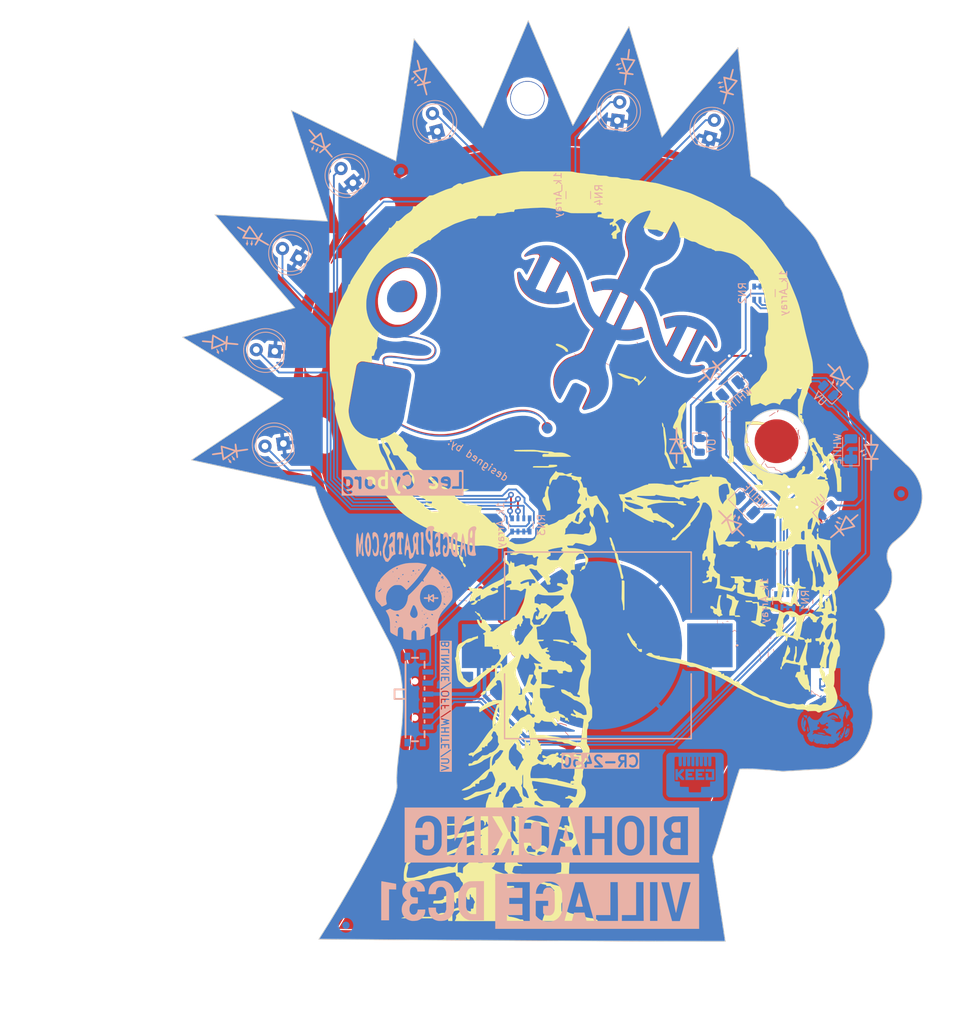
<source format=kicad_pcb>
(kicad_pcb (version 20221018) (generator pcbnew)
  (title_block (title "BioHacking Badge") (date "2023-07-09") (rev "2.0") (company "BadgePirates") (comment 1 "126x100"))
  (layers (0 "F.Cu" signal) (31 "B.Cu" signal) (34 "B.Paste" user) (35 "F.Paste" user) (36 "B.SilkS" user "B.Silkscreen") (37 "F.SilkS" user "F.Silkscreen") (38 "B.Mask" user) (39 "F.Mask" user) (44 "Edge.Cuts" user))
  (net 0 "")
  (net 1 "+3.3V")
  (net 2 "GND")
  (net 3 "Net-(D1-A)")
  (net 4 "Net-(D2-A)")
  (net 5 "Net-(D3-A)")
  (net 6 "Net-(D4-A)")
  (net 7 "Net-(D5-A)")
  (net 8 "Net-(D6-A)")
  (net 13 "Net-(D7-A)")
  (net 14 "Net-(D8-A)")
  (net 15 "Net-(D9-A)")
  (net 16 "Net-(D10-A)")
  (net 17 "Net-(D11-A)")
  (net 18 "Net-(D12-A)")
  (net 19 "Net-(D13-A)")
  (net 22 "WHITE")
  (net 23 "UV")
  (net 24 "BLINKIE")
  (footprint "BadgePiratesLogos:LED_Schematic_B.SLK" (layer "F.Cu") (at 171.115973 89.093066 135)
    (fp_text reference "G***" hide)
    (fp_text value "LOGO" hide)
  )
  (footprint "BadgePiratesLogos:LED_Schematic_B.SLK" (layer "F.Cu") (at 175.244834 99.226756 90)
    (fp_text reference "G***" hide)
    (fp_text value "LOGO" hide)
  )
  (footprint "LOGO" (layer "F.Cu") (at 109.382 92.855)
    (fp_text reference "G***" hide)
    (fp_text value "LOGO" hide)
  )
  (footprint "LOGO" (layer "F.Cu") (at 109.382 92.855)
    (fp_text reference "G***" hide)
    (fp_text value "LOGO" hide)
  )
  (footprint "BadgePiratesLogos:LED_Schematic_B.SLK" (layer "F.Cu") (at 87.95 99.475 -172)
    (fp_text reference "G***" hide)
    (fp_text value "LOGO" hide)
  )
  (footprint "BadgePiratesLogos:LED_Schematic_B.SLK" (layer "F.Cu") (at 100.075 57.2 130)
    (fp_text reference "G***" hide)
    (fp_text value "LOGO" hide)
  )
  (footprint "LOGO" (layer "F.Cu") (at 109.382 92.855)
    (fp_text reference "G***" hide)
    (fp_text value "LOGO" hide)
  )
  (footprint "BadgePiratesLogos:FG_B.Cu" (layer "F.Cu") (at 169.325 135.6)
    (fp_text reference "G***" hide)
    (fp_text value "fg")
  )
  (footprint "BadgePiratesLogos:LED_Schematic_B.SLK" (layer "F.Cu") (at 149.244834 98.351756 -90)
    (fp_text reference "G***" hide)
    (fp_text value "LOGO" hide)
  )
  (footprint "BadgePiratesLogos:LED_Schematic_B.SLK" (layer "F.Cu") (at 171.694834 109.076756 40)
    (fp_text reference "G***" hide)
    (fp_text value "LOGO" hide)
  )
  (footprint "BadgePiratesLogos:LED_Schematic_B.SLK" (layer "F.Cu") (at 141.875 46.525 83)
    (fp_text reference "G***" hide)
    (fp_text value "LOGO" hide)
  )
  (footprint "BadgePiratesLogos:NG_B.Cu" (layer "F.Cu") (at 151.375 143.1)
    (fp_text reference "G***" hide)
    (fp_text value "NG_BSilk_B.Cu" hide)
  )
  (footprint "BadgePiratesLogos:BPSkull_Distressed_B.SILK" (layer "F.Cu") (at 113.075 119.6)
    (fp_text reference "G***" hide)
    (fp_text value "BP Logo" hide)
  )
  (footprint "BadgePiratesLogos:BadgePiratesURL_B.SLK" (layer "F.Cu") (at 113.375 112.45)
    (fp_text reference "G***" hide)
    (fp_text value "LOGO" hide)
  )
  (footprint "BadgePiratesLogos:LED_Schematic_B.SLK" (layer "F.Cu") (at 86.525 84.55 175)
    (fp_text reference "G***" hide)
    (fp_text value "LOGO" hide)
  )
  (footprint "LOGO" (layer "F.Cu") (at 109.382 92.855)
    (fp_text reference "G***" hide)
    (fp_text value "LOGO" hide)
  )
  (footprint "BadgePirates:Hole_3.5mm" (layer "F.Cu") (at 128.575 50.85)
    (fp_text reference "REF**" hide)
    (fp_text value "4mm")
  )
  (footprint "LOGO" (layer "F.Cu") (at 109.382 92.855)
    (fp_text reference "G***" hide)
    (fp_text value "LOGO" hide)
  )
  (footprint "LOGO" (layer "F.Cu") (at 109.382 92.855)
    (fp_text reference "G***" hide)
    (fp_text value "LOGO" hide)
  )
  (footprint "BadgePiratesLogos:LED_Schematic_B.SLK" (layer "F.Cu") (at 156.659027 108.731934 -45)
    (fp_text reference "G***" hide)
    (fp_text value "LOGO" hide)
  )
  (footprint "BadgePiratesLogos:LED_Schematic_B.SLK" (layer "F.Cu") (at 113.875 48.075 105)
    (fp_text reference "G***" hide)
    (fp_text value "LOGO" hide)
  )
  (footprint "LOGO" (layer "F.Cu") (at 109.382 92.855)
    (fp_text reference "G***" hide)
    (fp_text value "LOGO" hide)
  )
  (footprint "BadgePiratesLogos:LED_Schematic_B.SLK" (layer "F.Cu") (at 90.9 69.925 150)
    (fp_text reference "G***" hide)
    (fp_text value "LOGO" hide)
  )
  (footprint "BadgePiratesLogos:LED_Schematic_B.SLK" (layer "F.Cu") (at 155.75 49.15 75)
    (fp_text reference "G***" hide)
    (fp_text value "LOGO" hide)
  )
  (footprint "BadgePiratesLogos:LED_Schematic_B.SLK" (layer "F.Cu") (at 154 88.3 -140)
    (fp_text reference "G***" hide)
    (fp_text value "LOGO" hide)
  )
  (footprint "Resistor_SMD:R_Array_Convex_4x0603" (layer "B.Cu") (at 163.75 119.5 90)
    (fp_text reference "RN1")
    (fp_text value "1k_Array")
  )
  (footprint "BadgePirates:BATHLD006SMT - CR2450" (layer "B.Cu") (at 138.2 125.6 180)
    (fp_text reference "BT1" hide)
    (fp_text value "Battery_Cell" hide)
  )
  (footprint "LED_SMD:LED_0805_2012Metric" (layer "B.Cu") (at 169.675 90.8 135)
    (fp_text reference "D2" hide)
    (fp_text value "UV")
  )
  (footprint "LED_SMD:LED_1206_3216Metric" (layer "B.Cu") (at 156.3 90.55 -140)
    (fp_text reference "D5" hide)
    (fp_text value "WHITE")
  )
  (footprint "LED_SMD:LED_0805_2012Metric" (layer "B.Cu") (at 152.1125 98.275 -90)
    (fp_text reference "D1" hide)
    (fp_text value "UV")
  )
  (footprint "BadgePirates:SP4T - CUS-14TB" (layer "B.Cu") (at 113.5635 133 90)
    (fp_text reference "SW3" hide)
    (fp_text value "SW-SP4T" hide)
  )
  (footprint "BadgePirates:LED_D5.0mm" (layer "B.Cu") (at 97.3 72.65 150)
    (fp_text reference "D8" hide)
    (fp_text value "LED" hide)
  )
  (footprint "Fiducial:Fiducial_1mm_Mask2mm" (layer "B.Cu") (at 179.625 104.875 180)
    (fp_text reference "REF**" hide)
    (fp_text value "Fiducial_1mm_Mask2mm")
  )
  (footprint "BadgePirates:LED_D5.0mm" (layer "B.Cu") (at 153.45 56.3 75)
    (fp_text reference "D13" hide)
    (fp_text value "LED" hide)
  )
  (footprint "Resistor_SMD:R_Array_Convex_4x0603" (layer "B.Cu") (at 135.525 64.075 90)
    (fp_text reference "RN4")
    (fp_text value "1k_Array")
  )
  (footprint "Fiducial:Fiducial_1mm_Mask2mm" (layer "B.Cu") (at 103.775 163.85 180)
    (fp_text reference "REF**" hide)
    (fp_text value "Fiducial_1mm_Mask2mm")
  )
  (footprint "LED_SMD:LED_1206_3216Metric" (layer "B.Cu") (at 158.45 106.5 -45)
    (fp_text reference "D4" hide)
    (fp_text value "WHITE")
  )
  (footprint "BadgePirates:LED_D5.0mm" (layer "B.Cu") (at 94.05 85.425 175)
    (fp_text reference "D9" hide)
    (fp_text value "LED" hide)
  )
  (footprint "LED_SMD:LED_0805_2012Metric" (layer "B.Cu") (at 169.45 107.1 40)
    (fp_text reference "D3" hide)
    (fp_text value "UV")
  )
  (footprint "BadgePirates:LED_D5.0mm" (layer "B.Cu") (at 95.225 98.025 -172)
    (fp_text reference "D10" hide)
    (fp_text value "LED" hide)
  )
  (footprint "BadgePirates:LED_D5.0mm" (layer "B.Cu") (at 140.875 53.9 83)
    (fp_text reference "D12" hide)
    (fp_text value "LED" hide)
  )
  (footprint "Resistor_SMD:R_Array_Convex_4x0603" (layer "B.Cu") (at 160.75 77.475 -90)
    (fp_text reference "RN2")
    (fp_text value "1k_Array")
  )
  (footprint "Resistor_SMD:R_Array_Convex_4x0603" (layer "B.Cu") (at 127.675 109.15 90)
    (fp_text reference "RN3")
    (fp_text value "1k_Array")
  )
  (footprint "BadgePirates:LED_D5.0mm" (layer "B.Cu") (at 104.725 62.4 130)
    (fp_text reference "D7" hide)
    (fp_text value "LED" hide)
  )
  (footprint "Fiducial:Fiducial_1mm_Mask2mm" (layer "B.Cu") (at 111.275 60.8 180)
    (fp_text reference "REF**" hide)
    (fp_text value "Fiducial_1mm_Mask2mm")
  )
  (footprint "LED_SMD:LED_1206_3216Metric" (layer "B.Cu") (at 172.775 98.775 90)
    (fp_text reference "D6" hide)
    (fp_text value "WHITE")
  )
  (footprint "BadgePirates:LED_D5.0mm" (layer "B.Cu") (at 116.25 55.375 105)
    (fp_text reference "D11" hide)
    (fp_text value "LED" hide)
  )
  (gr_line (start 175.441 136.956) (end 175.563 136.474) (stroke (width 0.1)) (layer "Edge.Cuts"))
  (gr_line (start 175.725 135.126) (end 175.721 134.707) (stroke (width 0.1)) (layer "Edge.Cuts"))
  (gr_line (start 96.2978 52.5043) (end 101.2611 67.6403) (stroke (width 0.1)) (layer "Edge.Cuts"))
  (gr_line (start 177.799 118.661) (end 177.965 118.312) (stroke (width 0.1)) (layer "Edge.Cuts"))
  (gr_line (start 181.909 102.856) (end 181.737 102.5412) (stroke (width 0.1)) (layer "Edge.Cuts"))
  (gr_line (start 169.43 142.482) (end 169.827 142.422) (stroke (width 0.1)) (layer "Edge.Cuts"))
  (gr_line (start 177.791 114.0476) (end 177.747 113.8116) (stroke (width 0.1)) (layer "Edge.Cuts"))
  (gr_line (start 159.285 142.496) (end 160.033 142.528) (stroke (width 0.1)) (layer "Edge.Cuts"))
  (gr_line (start 101.3559 108.6125) (end 101.9099 109.8165) (stroke (width 0.1)) (layer "Edge.Cuts"))
  (gr_line (start 175.213 132.068) (end 175.192 131.827) (stroke (width 0.1)) (layer "Edge.Cuts"))
  (gr_line (start 173.886 91.9631) (end 173.907 91.3089) (stroke (width 0.1)) (layer "Edge.Cuts"))
  (gr_line (start 171.273 76.6279) (end 170.753 75.5853) (stroke (width 0.1)) (layer "Edge.Cuts"))
  (gr_line (start 178.047 114.7868) (end 177.913 114.4641) (stroke (width 0.1)) (layer "Edge.Cuts"))
  (gr_line (start 162.776 64.0991) (end 162.506 63.8336) (stroke (width 0.1)) (layer "Edge.Cuts"))
  (gr_line (start 175.721 134.707) (end 175.693 134.302) (stroke (width 0.1)) (layer "Edge.Cuts"))
  (gr_line (start 110.8865 141.224) (end 110.7602 142.515) (stroke (width 0.1)) (layer "Edge.Cuts"))
  (gr_line (start 174.533 139.066) (end 174.829 138.511) (stroke (width 0.1)) (layer "Edge.Cuts"))
  (gr_line (start 110.7197 143.118) (end 110.6989 143.691) (stroke (width 0.1)) (layer "Edge.Cuts"))
  (gr_line (start 177.747 113.8116) (end 177.72 113.5612) (stroke (width 0.1)) (layer "Edge.Cuts"))
  (gr_line (start 177.965 118.312) (end 178.1 117.965) (stroke (width 0.1)) (layer "Edge.Cuts"))
  (gr_line (start 101.8893 162.818) (end 101.4557 163.521) (stroke (width 0.1)) (layer "Edge.Cuts"))
  (gr_line (start 175.198 131.267) (end 175.228 130.949) (stroke (width 0.1)) (layer "Edge.Cuts"))
  (gr_line (start 176.436 120.372) (end 176.787 120.043) (stroke (width 0.1)) (layer "Edge.Cuts"))
  (gr_line (start 180.295 100.8371) (end 178.731 99.2914) (stroke (width 0.1)) (layer "Edge.Cuts"))
  (gr_line (start 176.961 121.964) (end 176.799 121.668) (stroke (width 0.1)) (layer "Edge.Cuts"))
  (gr_line (start 175.439 129.849) (end 175.553 129.435) (stroke (width 0.1)) (layer "Edge.Cuts"))
  (gr_line (start 168.072 70.2828) (end 167.882 69.9898) (stroke (width 0.1)) (layer "Edge.Cuts"))
  (gr_line (start 168.331 70.7911) (end 168.223 70.5511) (stroke (width 0.1)) (layer "Edge.Cuts"))
  (gr_line (start 174.004 139.911) (end 174.186 139.642) (stroke (width 0.1)) (layer "Edge.Cuts"))
  (gr_line (start 108.7965 150.345) (end 108.2942 151.385) (stroke (width 0.1)) (layer "Edge.Cuts"))
  (gr_line (start 169.936 74.0025) (end 168.96 72.1114) (stroke (width 0.1)) (layer "Edge.Cuts"))
  (gr_line (start 110.0066 125.732) (end 110.2108 126.177) (stroke (width 0.1)) (layer "Edge.Cuts"))
  (gr_line (start 110.1307 147.222) (end 109.8872 147.859) (stroke (width 0.1)) (layer "Edge.Cuts"))
  (gr_line (start 96.7481 79.4437) (end 96.7829 79.4823) (stroke (width 0.1)) (layer "Edge.Cuts"))
  (gr_line (start 134.779 54.5723) (end 128.6857 40.234) (stroke (width 0.1)) (layer "Edge.Cuts"))
  (gr_line (start 109.2257 149.414) (end 108.7965 150.345) (stroke (width 0.1)) (layer "Edge.Cuts"))
  (gr_line (start 178.745 111.396) (end 179.203 111.0274) (stroke (width 0.1)) (layer "Edge.Cuts"))
  (gr_line (start 103.1729 112.4474) (end 104.6134 115.3348) (stroke (width 0.1)) (layer "Edge.Cuts"))
  (gr_line (start 82.6542 100.2764) (end 99.5329 103.9529) (stroke (width 0.1)) (layer "Edge.Cuts"))
  (gr_line (start 173.602 83.0156) (end 173.134 81.8648) (stroke (width 0.1)) (layer "Edge.Cuts"))
  (gr_line (start 110.6989 143.691) (end 110.7011 144.234) (stroke (width 0.1)) (layer "Edge.Cuts"))
  (gr_line (start 111.0513 139.826) (end 110.8865 141.224) (stroke (width 0.1)) (layer "Edge.Cuts"))
  (gr_line (start 95.1836 91.8904) (end 82.6542 100.2764) (stroke (width 0.1)) (layer "Edge.Cuts"))
  (gr_line (start 174.475 89.9009) (end 174.634 89.6098) (stroke (width 0.1)) (layer "Edge.Cuts"))
  (gr_line (start 176.244 120.911) (end 176.046 120.705) (stroke (width 0.1)) (layer "Edge.Cuts"))
  (gr_line (start 176.799 121.668) (end 176.624 121.394) (stroke (width 0.1)) (layer "Edge.Cuts"))
  (gr_line (start 178.397 116.3666) (end 178.395 116.0906) (stroke (width 0.1)) (layer "Edge.Cuts"))
  (gr_line (start 182.283 106.8065) (end 182.384 106.4106) (stroke (width 0.1)) (layer "Edge.Cuts"))
  (gr_line (start 168.223 70.5511) (end 168.072 70.2828) (stroke (width 0.1)) (layer "Edge.Cuts"))
  (gr_line (start 176.046 120.705) (end 176.436 120.372) (stroke (width 0.1)) (layer "Edge.Cuts"))
  (gr_line (start 172.7 80.7171) (end 172.321 79.6492) (stroke (width 0.1)) (layer "Edge.Cuts"))
  (gr_line (start 177.097 119.705) (end 177.367 119.361) (stroke (width 0.1)) (layer "Edge.Cuts"))
  (gr_line (start 110.7228 127.535) (end 110.862 127.993) (stroke (width 0.1)) (layer "Edge.Cuts"))
  (gr_line (start 172.013 78.7377) (end 171.798 78.0591) (stroke (width 0.1)) (layer "Edge.Cuts"))
  (gr_line (start 174.306 90.1718) (end 174.475 89.9009) (stroke (width 0.1)) (layer "Edge.Cuts"))
  (gr_line (start 178.213 111.9223) (end 178.45 111.6544) (stroke (width 0.1)) (layer "Edge.Cuts"))
  (gr_line (start 176.261 127.543) (end 176.507 127.014) (stroke (width 0.1)) (layer "Edge.Cuts"))
  (gr_line (start 110.5683 127.079) (end 110.7228 127.535) (stroke (width 0.1)) (layer "Edge.Cuts"))
  (gr_line (start 111.2774 129.851) (end 111.4085 130.788) (stroke (width 0.1)) (layer "Edge.Cuts"))
  (gr_line (start 161.916 63.3184) (end 161.267 62.8252) (stroke (width 0.1)) (layer "Edge.Cuts"))
  (gr_line (start 85.864 66.7598) (end 96.7481 79.4437) (stroke (width 0.1)) (layer "Edge.Cuts"))
  (gr_line (start 175.108 88.27) (end 175.169 87.8977) (stroke (width 0.1)) (layer "Edge.Cuts"))
  (gr_line (start 178.731 99.2914) (end 176.934 97.4936) (stroke (width 0.1)) (layer "Edge.Cuts"))
  (gr_line (start 157.34 43.9179) (end 146.945 56.1568) (stroke (width 0.1)) (layer "Edge.Cuts"))
  (gr_line (start 180.295 100.8371) (end 180.295 100.8371) (stroke (width 0.1)) (layer "Edge.Cuts"))
  (gr_line (start 110.7296 144.745) (end 110.726 145.01) (stroke (width 0.1)) (layer "Edge.Cuts"))
  (gr_line (start 182.496 105.6142) (end 182.506 105.214) (stroke (width 0.1)) (layer "Edge.Cuts"))
  (gr_line (start 181.048 109.1433) (end 181.328 108.759) (stroke (width 0.1)) (layer "Edge.Cuts"))
  (gr_line (start 175.021 88.6286) (end 175.108 88.27) (stroke (width 0.1)) (layer "Edge.Cuts"))
  (gr_line (start 122.0945 165.907) (end 138.439 166.001) (stroke (width 0.1)) (layer "Edge.Cuts"))
  (gr_line (start 167.882 69.9898) (end 167.656 69.6754) (stroke (width 0.1)) (layer "Edge.Cuts"))
  (gr_line (start 175.495 133.169) (end 175.298 132.473) (stroke (width 0.1)) (layer "Edge.Cuts"))
  (gr_line (start 165.119 66.8078) (end 163.808 65.4988) (stroke (width 0.1)) (layer "Edge.Cuts"))
  (gr_line (start 128.6857 40.234) (end 122.4559 54.8811) (stroke (width 0.1)) (layer "Edge.Cuts"))
  (gr_line (start 174.137 94.4734) (end 174.043 94.1354) (stroke (width 0.1)) (layer "Edge.Cuts"))
  (gr_line (start 177.367 119.361) (end 177.601 119.012) (stroke (width 0.1)) (layer "Edge.Cuts"))
  (gr_line (start 181.991 107.5933) (end 182.152 107.2008) (stroke (width 0.1)) (layer "Edge.Cuts"))
  (gr_line (start 102.691 165.771) (end 122.0945 165.907) (stroke (width 0.1)) (layer "Edge.Cuts"))
  (gr_line (start 178.395 116.0906) (end 178.379 115.8349) (stroke (width 0.1)) (layer "Edge.Cuts"))
  (gr_line (start 146.945 56.1568) (end 142.445 41.03) (stroke (width 0.1)) (layer "Edge.Cuts"))
  (gr_line (start 177.72 113.5612) (end 177.717 113.2993) (stroke (width 0.1)) (layer "Edge.Cuts"))
  (gr_line (start 173.89 92.5917) (end 173.886 91.9631) (stroke (width 0.1)) (layer "Edge.Cuts"))
  (gr_line (start 182.481 104.7678) (end 182.42 104.3421) (stroke (width 0.1)) (layer "Edge.Cuts"))
  (gr_line (start 163.465 64.925) (end 163.257 64.6449) (stroke (width 0.1)) (layer "Edge.Cuts"))
  (gr_line (start 178.288 117.2919) (end 178.345 116.9697) (stroke (width 0.1)) (layer "Edge.Cuts"))
  (gr_line (start 111.251 138.133) (end 111.0513 139.826) (stroke (width 0.1)) (layer "Edge.Cuts"))
  (gr_line (start 180.295 100.8371) (end 180.295 100.8371) (stroke (width 0.1)) (layer "Edge.Cuts"))
  (gr_line (start 173.907 91.3089) (end 173.955 90.6477) (stroke (width 0.1)) (layer "Edge.Cuts"))
  (gr_line (start 100.8592 107.491) (end 101.3559 108.6125) (stroke (width 0.1)) (layer "Edge.Cuts"))
  (gr_line (start 174.327 84.5806) (end 174.085 84.0932) (stroke (width 0.1)) (layer "Edge.Cuts"))
  (gr_line (start 178.349 115.6019) (end 178.309 115.3941) (stroke (width 0.1)) (layer "Edge.Cuts"))
  (gr_line (start 174.684 95.1719) (end 174.252 94.6918) (stroke (width 0.1)) (layer "Edge.Cuts"))
  (gr_line (start 175.577 133.534) (end 175.495 133.169) (stroke (width 0.1)) (layer "Edge.Cuts"))
  (gr_line (start 171.148 142.063) (end 171.611 141.871) (stroke (width 0.1)) (layer "Edge.Cuts"))
  (gr_line (start 174.91 88.9724) (end 175.021 88.6286) (stroke (width 0.1)) (layer "Edge.Cuts"))
  (gr_line (start 182.384 106.4106) (end 182.455 106.0131) (stroke (width 0.1)) (layer "Edge.Cuts"))
  (gr_line (start 105.4056 156.824) (end 104.5412 158.345) (stroke (width 0.1)) (layer "Edge.Cuts"))
  (gr_line (start 176.437 121.141) (end 176.244 120.911) (stroke (width 0.1)) (layer "Edge.Cuts"))
  (gr_line (start 111.495 131.727) (end 111.5417 132.666) (stroke (width 0.1)) (layer "Edge.Cuts"))
  (gr_line (start 179.203 111.0274) (end 179.631 110.6559) (stroke (width 0.1)) (layer "Edge.Cuts"))
  (gr_line (start 174.78 89.2999) (end 174.91 88.9724) (stroke (width 0.1)) (layer "Edge.Cuts"))
  (gr_line (start 176.787 120.043) (end 177.097 119.705) (stroke (width 0.1)) (layer "Edge.Cuts"))
  (gr_line (start 173.969 93.6966) (end 173.918 93.1758) (stroke (width 0.1)) (layer "Edge.Cuts"))
  (gr_line (start 181.369 101.9832) (end 181.182 101.741) (stroke (width 0.1)) (layer "Edge.Cuts"))
  (gr_line (start 175.198 87.1175) (end 175.158 86.7123) (stroke (width 0.1)) (layer "Edge.Cuts"))
  (gr_line (start 154.527 152.398) (end 155.573 148.938) (stroke (width 0.1)) (layer "Edge.Cuts"))
  (gr_line (start 174.829 138.511) (end 175.077 137.974) (stroke (width 0.1)) (layer "Edge.Cuts"))
  (gr_line (start 175.158 86.7123) (end 175.079 86.2987) (stroke (width 0.1)) (layer "Edge.Cuts"))
  (gr_line (start 175.553 129.435) (end 175.692 128.996) (stroke (width 0.1)) (layer "Edge.Cuts"))
  (gr_line (start 163.649 65.2097) (end 163.465 64.925) (stroke (width 0.1)) (layer "Edge.Cuts"))
  (gr_line (start 173.134 81.8648) (end 172.7 80.7171) (stroke (width 0.1)) (layer "Edge.Cuts"))
  (gr_line (start 81.441 83.4952) (end 95.1836 91.8904) (stroke (width 0.1)) (layer "Edge.Cuts"))
  (gr_line (start 155.573 148.938) (end 156.65 145.375) (stroke (width 0.1)) (layer "Edge.Cuts"))
  (gr_line (start 165.815 67.535) (end 165.119 66.8078) (stroke (width 0.1)) (layer "Edge.Cuts"))
  (gr_line (start 172.98 141.012) (end 173.409 140.618) (stroke (width 0.1)) (layer "Edge.Cuts"))
  (gr_line (start 158.028 142.491) (end 158.609 142.483) (stroke (width 0.1)) (layer "Edge.Cuts"))
  (gr_line (start 163.257 64.6449) (end 163.027 64.3696) (stroke (width 0.1)) (layer "Edge.Cuts"))
  (gr_line (start 110.3237 146.672) (end 110.1307 147.222) (stroke (width 0.1)) (layer "Edge.Cuts"))
  (gr_line (start 110.5802 145.807) (end 110.4716 146.202) (stroke (width 0.1)) (layer "Edge.Cuts"))
  (gr_line (start 111.4247 136.36) (end 111.251 138.133) (stroke (width 0.1)) (layer "Edge.Cuts"))
  (gr_line (start 168.96 72.1114) (end 168.566 71.3161) (stroke (width 0.1)) (layer "Edge.Cuts"))
  (gr_line (start 179.631 110.6559) (end 180.029 110.2817) (stroke (width 0.1)) (layer "Edge.Cuts"))
  (gr_line (start 163.416 142.819) (end 168.061 142.539) (stroke (width 0.1)) (layer "Edge.Cuts"))
  (gr_line (start 110.3978 126.626) (end 110.5683 127.079) (stroke (width 0.1)) (layer "Edge.Cuts"))
  (gr_line (start 182.152 107.2008) (end 182.283 106.8065) (stroke (width 0.1)) (layer "Edge.Cuts"))
  (gr_line (start 175.702 135.559) (end 175.725 135.126) (stroke (width 0.1)) (layer "Edge.Cuts"))
  (gr_line (start 160.575 62.3551) (end 159.851 61.9095) (stroke (width 0.1)) (layer "Edge.Cuts"))
  (gr_line (start 177.797 112.7529) (end 177.891 112.4745) (stroke (width 0.1)) (layer "Edge.Cuts"))
  (gr_line (start 110.4716 146.202) (end 110.3237 146.672) (stroke (width 0.1)) (layer "Edge.Cuts"))
  (gr_line (start 177.74 113.0288) (end 177.797 112.7529) (stroke (width 0.1)) (layer "Edge.Cuts"))
  (gr_line (start 167.119 68.9965) (end 166.493 68.2738) (stroke (width 0.1)) (layer "Edge.Cuts"))
  (gr_line (start 177.325 122.975) (end 177.227 122.618) (stroke (width 0.1)) (layer "Edge.Cuts"))
  (gr_line (start 174.634 89.6098) (end 174.78 89.2999) (stroke (width 0.1)) (layer "Edge.Cuts"))
  (gr_line (start 152.538 166.043) (end 155.614 166.043) (stroke (width 0.1)) (layer "Edge.Cuts"))
  (gr_line (start 107.8887 121.683) (end 109.6542 125.045) (stroke (width 0.1)) (layer "Edge.Cuts"))
  (gr_line (start 138.439 166.001) (end 146.082 166.031) (stroke (width 0.1)) (layer "Edge.Cuts"))
  (gr_line (start 111.4085 130.788) (end 111.495 131.727) (stroke (width 0.1)) (layer "Edge.Cuts"))
  (gr_line (start 176.044 128.05) (end 176.261 127.543) (stroke (width 0.1)) (layer "Edge.Cuts"))
  (gr_line (start 175.692 128.996) (end 175.855 128.535) (stroke (width 0.1)) (layer "Edge.Cuts"))
  (gr_line (start 155.614 166.043) (end 153.851 154.488) (stroke (width 0.1)) (layer "Edge.Cuts"))
  (gr_line (start 175.644 133.912) (end 175.577 133.534) (stroke (width 0.1)) (layer "Edge.Cuts"))
  (gr_line (start 182.506 105.214) (end 182.481 104.7678) (stroke (width 0.1)) (layer "Edge.Cuts"))
  (gr_line (start 163.808 65.4988) (end 163.649 65.2097) (stroke (width 0.1)) (layer "Edge.Cuts"))
  (gr_line (start 99.5329 103.9529) (end 99.7568 104.683) (stroke (width 0.1)) (layer "Edge.Cuts"))
  (gr_line (start 177.394 124.586) (end 177.432 124.157) (stroke (width 0.1)) (layer "Edge.Cuts"))
  (gr_line (start 182.42 104.3421) (end 182.328 103.9376) (stroke (width 0.1)) (layer "Edge.Cuts"))
  (gr_line (start 180.824 101.3331) (end 180.517 101.0304) (stroke (width 0.1)) (layer "Edge.Cuts"))
  (gr_line (start 109.5874 148.587) (end 109.2257 149.414) (stroke (width 0.1)) (layer "Edge.Cuts"))
  (gr_line (start 171.645 77.5057) (end 171.564 77.2798) (stroke (width 0.1)) (layer "Edge.Cuts"))
  (gr_line (start 175.28 137.456) (end 175.441 136.956) (stroke (width 0.1)) (layer "Edge.Cuts"))
  (gr_line (start 175.693 134.302) (end 175.644 133.912) (stroke (width 0.1)) (layer "Edge.Cuts"))
  (gr_line (start 110.7011 144.234) (end 110.7296 144.745) (stroke (width 0.1)) (layer "Edge.Cuts"))
  (gr_line (start 167.656 69.6754) (end 167.119 68.9965) (stroke (width 0.1)) (layer "Edge.Cuts"))
  (gr_line (start 182.209 103.5548) (end 182.068 103.1941) (stroke (width 0.1)) (layer "Edge.Cuts"))
  (gr_line (start 175.187 131.559) (end 175.198 131.267) (stroke (width 0.1)) (layer "Edge.Cuts"))
  (gr_line (start 178.45 111.6544) (end 178.745 111.396) (stroke (width 0.1)) (layer "Edge.Cuts"))
  (gr_line (start 176.624 121.394) (end 176.437 121.141) (stroke (width 0.1)) (layer "Edge.Cuts"))
  (gr_line (start 104.6134 115.3348) (end 106.1968 118.43) (stroke (width 0.1)) (layer "Edge.Cuts"))
  (gr_line (start 106.2921 155.223) (end 105.4056 156.824) (stroke (width 0.1)) (layer "Edge.Cuts"))
  (gr_line (start 100.0553 105.5201) (end 100.4243 106.4582) (stroke (width 0.1)) (layer "Edge.Cuts"))
  (gr_line (start 96.7829 79.4823) (end 81.441 83.4952) (stroke (width 0.1)) (layer "Edge.Cuts"))
  (gr_line (start 176.782 126.462) (end 177.011 125.97) (stroke (width 0.1)) (layer "Edge.Cuts"))
  (gr_line (start 110.726 145.01) (end 110.7017 145.217) (stroke (width 0.1)) (layer "Edge.Cuts"))
  (gr_line (start 170.249 142.334) (end 170.692 142.216) (stroke (width 0.1)) (layer "Edge.Cuts"))
  (gr_line (start 175.077 137.974) (end 175.28 137.456) (stroke (width 0.1)) (layer "Edge.Cuts"))
  (gr_line (start 181.8 107.9839) (end 181.991 107.5933) (stroke (width 0.1)) (layer "Edge.Cuts"))
  (gr_line (start 182.068 103.1941) (end 181.909 102.856) (stroke (width 0.1)) (layer "Edge.Cuts"))
  (gr_line (start 110.7017 145.217) (end 110.655 145.48) (stroke (width 0.1)) (layer "Edge.Cuts"))
  (gr_line (start 101.2611 67.6403) (end 85.864 66.7598) (stroke (width 0.1)) (layer "Edge.Cuts"))
  (gr_line (start 171.694 77.69) (end 171.645 77.5057) (stroke (width 0.1)) (layer "Edge.Cuts"))
  (gr_line (start 174.252 94.6918) (end 174.192 94.5988) (stroke (width 0.1)) (layer "Edge.Cuts"))
  (gr_line (start 173.409 140.618) (end 173.614 140.399) (stroke (width 0.1)) (layer "Edge.Cuts"))
  (gr_line (start 178.151 114.9916) (end 178.047 114.7868) (stroke (width 0.1)) (layer "Edge.Cuts"))
  (gr_line (start 99.7568 104.683) (end 100.0553 105.5201) (stroke (width 0.1)) (layer "Edge.Cuts"))
  (gr_line (start 170.753 75.5853) (end 169.936 74.0025) (stroke (width 0.1)) (layer "Edge.Cuts"))
  (gr_line (start 173.918 93.1758) (end 173.89 92.5917) (stroke (width 0.1)) (layer "Edge.Cuts"))
  (gr_line (start 110.5956 59.4124) (end 96.2978 52.5043) (stroke (width 0.1)) (layer "Edge.Cuts"))
  (gr_line (start 111.5417 132.666) (end 111.5532 133.601) (stroke (width 0.1)) (layer "Edge.Cuts"))
  (gr_line (start 160.033 142.528) (end 161.655 142.64) (stroke (width 0.1)) (layer "Edge.Cuts"))
  (gr_line (start 102.9957 160.984) (end 101.8893 162.818) (stroke (width 0.1)) (layer "Edge.Cuts"))
  (gr_line (start 174.132 90.4211) (end 174.306 90.1718) (stroke (width 0.1)) (layer "Edge.Cuts"))
  (gr_line (start 111.5532 133.601) (end 111.5343 134.531) (stroke (width 0.1)) (layer "Edge.Cuts"))
  (gr_line (start 178.345 116.9697) (end 178.381 116.6604) (stroke (width 0.1)) (layer "Edge.Cuts"))
  (gr_line (start 178.309 115.3941) (end 178.265 115.1864) (stroke (width 0.1)) (layer "Edge.Cuts"))
  (gr_line (start 177.432 124.157) (end 177.431 123.745) (stroke (width 0.1)) (layer "Edge.Cuts"))
  (gr_line (start 110.655 145.48) (end 110.5802 145.807) (stroke (width 0.1)) (layer "Edge.Cuts"))
  (gr_line (start 153.851 154.488) (end 154.143 153.619) (stroke (width 0.1)) (layer "Edge.Cuts"))
  (gr_line (start 159.107 61.4896) (end 157.34 43.9179) (stroke (width 0.1)) (layer "Edge.Cuts"))
  (gr_line (start 108.2942 151.385) (end 107.7131 152.541) (stroke (width 0.1)) (layer "Edge.Cuts"))
  (gr_line (start 122.4559 54.8811) (end 113.0809 42.7138) (stroke (width 0.1)) (layer "Edge.Cuts"))
  (gr_line (start 177.601 119.012) (end 177.799 118.661) (stroke (width 0.1)) (layer "Edge.Cuts"))
  (gr_line (start 110.862 127.993) (end 111.0968 128.918) (stroke (width 0.1)) (layer "Edge.Cuts"))
  (gr_line (start 111.5343 134.531) (end 111.4899 135.451) (stroke (width 0.1)) (layer "Edge.Cuts"))
  (gr_line (start 175.563 136.474) (end 175.649 136.009) (stroke (width 0.1)) (layer "Edge.Cuts"))
  (gr_line (start 100.4243 106.4582) (end 100.8592 107.491) (stroke (width 0.1)) (layer "Edge.Cuts"))
  (gr_line (start 175.169 87.8977) (end 175.2 87.5131) (stroke (width 0.1)) (layer "Edge.Cuts"))
  (gr_line (start 175.348 130.24) (end 175.439 129.849) (stroke (width 0.1)) (layer "Edge.Cuts"))
  (gr_line (start 111.4899 135.451) (end 111.4247 136.36) (stroke (width 0.1)) (layer "Edge.Cuts"))
  (gr_line (start 163.287 142.804) (end 163.416 142.819) (stroke (width 0.1)) (layer "Edge.Cuts"))
  (gr_line (start 170.692 142.216) (end 171.148 142.063) (stroke (width 0.1)) (layer "Edge.Cuts"))
  (gr_line (start 181.328 108.759) (end 181.579 108.3725) (stroke (width 0.1)) (layer "Edge.Cuts"))
  (gr_line (start 171.611 141.871) (end 172.075 141.634) (stroke (width 0.1)) (layer "Edge.Cuts"))
  (gr_line (start 174.565 85.0209) (end 174.327 84.5806) (stroke (width 0.1)) (layer "Edge.Cuts"))
  (gr_line (start 176.934 97.4936) (end 175.308 95.8312) (stroke (width 0.1)) (layer "Edge.Cuts"))
  (gr_line (start 171.564 77.2798) (end 171.273 76.6279) (stroke (width 0.1)) (layer "Edge.Cuts"))
  (gr_line (start 109.7848 125.291) (end 110.0066 125.732) (stroke (width 0.1)) (layer "Edge.Cuts"))
  (gr_line (start 169.066 142.521) (end 169.43 142.482) (stroke (width 0.1)) (layer "Edge.Cuts"))
  (gr_line (start 178.1 117.965) (end 178.207 117.6246) (stroke (width 0.1)) (layer "Edge.Cuts"))
  (gr_line (start 168.461 142.548) (end 169.066 142.521) (stroke (width 0.1)) (layer "Edge.Cuts"))
  (gr_line (start 109.8872 147.859) (end 109.5874 148.587) (stroke (width 0.1)) (layer "Edge.Cuts"))
  (gr_line (start 161.267 62.8252) (end 160.575 62.3551) (stroke (width 0.1)) (layer "Edge.Cuts"))
  (gr_line (start 101.9099 109.8165) (end 103.1729 112.4474) (stroke (width 0.1)) (layer "Edge.Cuts"))
  (gr_line (start 180.517 101.0304) (end 180.295 100.8371) (stroke (width 0.1)) (layer "Edge.Cuts"))
  (gr_line (start 174.786 85.4517) (end 174.565 85.0209) (stroke (width 0.1)) (layer "Edge.Cuts"))
  (gr_line (start 175.855 128.535) (end 176.044 128.05) (stroke (width 0.1)) (layer "Edge.Cuts"))
  (gr_line (start 180.738 109.5253) (end 181.048 109.1433) (stroke (width 0.1)) (layer "Edge.Cuts"))
  (gr_line (start 142.445 41.03) (end 134.779 54.5723) (stroke (width 0.1)) (layer "Edge.Cuts"))
  (gr_line (start 157.165 143.727) (end 157.566 142.521) (stroke (width 0.1)) (layer "Edge.Cuts"))
  (gr_line (start 154.143 153.619) (end 154.527 152.398) (stroke (width 0.1)) (layer "Edge.Cuts"))
  (gr_line (start 176.507 127.014) (end 176.782 126.462) (stroke (width 0.1)) (layer "Edge.Cuts"))
  (gr_line (start 107.7131 152.541) (end 107.0476 153.818) (stroke (width 0.1)) (layer "Edge.Cuts"))
  (gr_line (start 177.431 123.745) (end 177.394 123.35) (stroke (width 0.1)) (layer "Edge.Cuts"))
  (gr_line (start 178.265 115.1864) (end 178.151 114.9916) (stroke (width 0.1)) (layer "Edge.Cuts"))
  (gr_line (start 159.851 61.9095) (end 159.107 61.4896) (stroke (width 0.1)) (layer "Edge.Cuts"))
  (gr_line (start 181.579 108.3725) (end 181.8 107.9839) (stroke (width 0.1)) (layer "Edge.Cuts"))
  (gr_line (start 109.6542 125.045) (end 109.7848 125.291) (stroke (width 0.1)) (layer "Edge.Cuts"))
  (gr_line (start 166.493 68.2738) (end 165.815 67.535) (stroke (width 0.1)) (layer "Edge.Cuts"))
  (gr_line (start 175.2 87.5131) (end 175.198 87.1175) (stroke (width 0.1)) (layer "Edge.Cuts"))
  (gr_line (start 158.609 142.483) (end 159.285 142.496) (stroke (width 0.1)) (layer "Edge.Cuts"))
  (gr_line (start 161.655 142.64) (end 163.287 142.804) (stroke (width 0.1)) (layer "Edge.Cuts"))
  (gr_line (start 162.506 63.8336) (end 161.916 63.3184) (stroke (width 0.1)) (layer "Edge.Cuts"))
  (gr_line (start 177.227 122.618) (end 177.105 122.281) (stroke (width 0.1)) (layer "Edge.Cuts"))
  (gr_line (start 181.555 102.25) (end 181.369 101.9832) (stroke (width 0.1)) (layer "Edge.Cuts"))
  (gr_line (start 175.079 86.2987) (end 174.956 85.878) (stroke (width 0.1)) (layer "Edge.Cuts"))
  (gr_line (start 171.798 78.0591) (end 171.694 77.69) (stroke (width 0.1)) (layer "Edge.Cuts"))
  (gr_line (start 177.188 125.493) (end 177.314 125.031) (stroke (width 0.1)) (layer "Edge.Cuts"))
  (gr_line (start 180.029 110.2817) (end 180.399 109.9048) (stroke (width 0.1)) (layer "Edge.Cuts"))
  (gr_line (start 101.4557 163.521) (end 100.0641 165.749) (stroke (width 0.1)) (layer "Edge.Cuts"))
  (gr_line (start 173.813 140.163) (end 174.004 139.911) (stroke (width 0.1)) (layer "Edge.Cuts"))
  (gr_line (start 177.891 112.4745) (end 178.028 112.1966) (stroke (width 0.1)) (layer "Edge.Cuts"))
  (gr_line (start 100.0641 165.749) (end 102.691 165.771) (stroke (width 0.1)) (layer "Edge.Cuts"))
  (gr_line (start 172.321 79.6492) (end 172.013 78.7377) (stroke (width 0.1)) (layer "Edge.Cuts"))
  (gr_line (start 177.314 125.031) (end 177.394 124.586) (stroke (width 0.1)) (layer "Edge.Cuts"))
  (gr_line (start 177.717 113.2993) (end 177.74 113.0288) (stroke (width 0.1)) (layer "Edge.Cuts"))
  (gr_line (start 178.379 115.8349) (end 178.349 115.6019) (stroke (width 0.1)) (layer "Edge.Cuts"))
  (gr_line (start 181.737 102.5412) (end 181.555 102.25) (stroke (width 0.1)) (layer "Edge.Cuts"))
  (gr_line (start 106.1968 118.43) (end 107.8887 121.683) (stroke (width 0.1)) (layer "Edge.Cuts"))
  (gr_line (start 181.182 101.741) (end 180.824 101.3331) (stroke (width 0.1)) (layer "Edge.Cuts"))
  (gr_line (start 113.0809 42.7138) (end 110.5956 59.4124) (stroke (width 0.1)) (layer "Edge.Cuts"))
  (gr_line (start 174.192 94.5988) (end 174.137 94.4734) (stroke (width 0.1)) (layer "Edge.Cuts"))
  (gr_line (start 178.028 112.1966) (end 178.213 111.9223) (stroke (width 0.1)) (layer "Edge.Cuts"))
  (gr_circle (center 162.625 97.75) (end 166.985 97.75) (stroke (width 0.15)) (fill none) (layer "Edge.Cuts"))
  (gr_line (start 182.328 103.9376) (end 182.209 103.5548) (stroke (width 0.1)) (layer "Edge.Cuts"))
  (gr_line (start 175.192 131.827) (end 175.187 131.559) (stroke (width 0.1)) (layer "Edge.Cuts"))
  (gr_line (start 172.534 141.349) (end 172.98 141.012) (stroke (width 0.1)) (layer "Edge.Cuts"))
  (gr_line (start 174.186 139.642) (end 174.533 139.066) (stroke (width 0.1)) (layer "Edge.Cuts"))
  (gr_line (start 173.955 90.6477) (end 174.132 90.4211) (stroke (width 0.1)) (layer "Edge.Cuts"))
  (gr_line (start 110.2108 126.177) (end 110.3978 126.626) (stroke (width 0.1)) (layer "Edge.Cuts"))
  (gr_line (start 178.207 117.6246) (end 178.288 117.2919) (stroke (width 0.1)) (layer "Edge.Cuts"))
  (gr_line (start 177.105 122.281) (end 176.961 121.964) (stroke (width 0.1)) (layer "Edge.Cuts"))
  (gr_line (start 157.566 142.521) (end 158.028 142.491) (stroke (width 0.1)) (layer "Edge.Cuts"))
  (gr_line (start 180.399 109.9048) (end 180.738 109.5253) (stroke (width 0.1)) (layer "Edge.Cuts"))
  (gr_line (start 168.566 71.3161) (end 168.331 70.7911) (stroke (width 0.1)) (layer "Edge.Cuts"))
  (gr_line (start 104.5412 158.345) (end 102.9957 160.984) (stroke (width 0.1)) (layer "Edge.Cuts"))
  (gr_line (start 110.7602 142.515) (end 110.7197 143.118) (stroke (width 0.1)) (layer "Edge.Cuts"))
  (gr_line (start 178.381 116.6604) (end 178.397 116.3666) (stroke (width 0.1)) (layer "Edge.Cuts"))
  (gr_line (start 146.082 166.031) (end 152.538 166.043) (stroke (width 0.1)) (layer "Edge.Cuts"))
  (gr_line (start 107.0476 153.818) (end 106.2921 155.223) (stroke (width 0.1)) (layer "Edge.Cuts"))
  (gr_line (start 156.65 145.375) (end 157.165 143.727) (stroke (width 0.1)) (layer "Edge.Cuts"))
  (gr_line (start 168.061 142.539) (end 168.461 142.548) (stroke (width 0.1)) (layer "Edge.Cuts"))
  (gr_line (start 175.249 132.284) (end 175.213 132.068) (stroke (width 0.1)) (layer "Edge.Cuts"))
  (gr_line (start 175.278 130.607) (end 175.348 130.24) (stroke (width 0.1)) (layer "Edge.Cuts"))
  (gr_line (start 175.298 132.473) (end 175.249 132.284) (stroke (width 0.1)) (layer "Edge.Cuts"))
  (gr_line (start 174.085 84.0932) (end 173.602 83.0156) (stroke (width 0.1)) (layer "Edge.Cuts"))
  (gr_line (start 177.394 123.35) (end 177.325 122.975) (stroke (width 0.1)) (layer "Edge.Cuts"))
  (gr_line (start 111.0968 128.918) (end 111.2774 129.851) (stroke (width 0.1)) (layer "Edge.Cuts"))
  (gr_line (start 177.913 114.4641) (end 177.791 114.0476) (stroke (width 0.1)) (layer "Edge.Cuts"))
  (gr_line (start 174.956 85.878) (end 174.786 85.4517) (stroke (width 0.1)) (layer "Edge.Cuts"))
  (gr_line (start 173.614 140.399) (end 173.813 140.163) (stroke (width 0.1)) (layer "Edge.Cuts"))
  (gr_line (start 175.308 95.8312) (end 174.684 95.1719) (stroke (width 0.1)) (layer "Edge.Cuts"))
  (gr_line (start 163.027 64.3696) (end 162.776 64.0991) (stroke (width 0.1)) (layer "Edge.Cuts"))
  (gr_line (start 174.043 94.1354) (end 173.969 93.6966) (stroke (width 0.1)) (layer "Edge.Cuts"))
  (gr_line (start 169.827 142.422) (end 170.249 142.334) (stroke (width 0.1)) (layer "Edge.Cuts"))
  (gr_line (start 175.228 130.949) (end 175.278 130.607) (stroke (width 0.1)) (layer "Edge.Cuts"))
  (gr_line (start 177.011 125.97) (end 177.188 125.493) (stroke (width 0.1)) (layer "Edge.Cuts"))
  (gr_line (start 172.075 141.634) (end 172.534 141.349) (stroke (width 0.1)) (layer "Edge.Cuts"))
  (gr_line (start 182.455 106.0131) (end 182.496 105.6142) (stroke (width 0.1)) (layer "Edge.Cuts"))
  (gr_line (start 175.649 136.009) (end 175.702 135.559) (stroke (width 0.1)) (layer "Edge.Cuts"))
  (gr_text "designed by:" (at 125.6 103.375 327) (layer "B.SilkS") (effects (font (size 1 1)) (justify left bottom mirror)))
  (gr_text "BLINKIE/OFF/WHITE/UV" (at 117.95 124.825 90) (layer "B.SilkS" knockout) (effects (font (size 1 1)) (justify left bottom mirror)))
  (gr_text "CR-2450" (at 144.025 142.35) (layer "B.SilkS" knockout) (effects (font (size 1.5 1.5) (thickness 0.3) bold) (justify left bottom mirror)))
  (gr_text "Lee Cyborg" (at 120.15 104.325) (layer "B.SilkS" knockout) (effects (font (size 2 2) (thickness 0.4) bold) (justify left bottom mirror)))
  (segment (start 128.375 138.15) (end 122.706 132.481) (width 0.5) (layer "B.Cu") (net 1))
  (segment (start 148.200432 138.15) (end 128.375 138.15) (width 0.5) (layer "B.Cu") (net 1))
  (segment (start 121.9119 125.7016) (end 122.706 125.7016) (width 0.25) (layer "B.Cu") (net 1))
  (segment (start 121.25 132.25) (end 121.9119 131.5881) (width 0.5) (layer "B.Cu") (net 1))
  (segment (start 153.5 132.850432) (end 148.200432 138.15) (width 0.5) (layer "B.Cu") (net 1))
  (segment (start 122.706 126.829076) (end 122.706 125.7016) (width 0.25) (layer "B.Cu") (net 1))
  (segment (start 114.9635 132.25) (end 115.3635 132.25) (width 0.25) (layer "B.Cu") (net 1))
  (segment (start 122.706 132.481) (end 122.706 126.829076) (width 0.5) (layer "B.Cu") (net 1))
  (segment (start 153.5 125.6) (end 153.5 132.850432) (width 0.5) (layer "B.Cu") (net 1))
  (segment (start 115.3635 132.25) (end 121.25 132.25) (width 0.5) (layer "B.Cu") (net 1))
  (segment (start 121.9119 131.5881) (end 121.9119 125.7016) (width 0.5) (layer "B.Cu") (net 1))
  (segment (start 164.275 103.95) (end 165.4 105.075) (width 0.25) (layer "F.Cu") (net 2))
  (segment (start 156.15 86.05) (end 159.05 86.05) (width 0.25) (layer "F.Cu") (net 2))
  (segment (start 159.05 86.05) (end 159.075 86.025) (width 0.25) (layer "F.Cu") (net 2))
  (segment (start 165.4 105.075) (end 165.4 106.725) (width 0.25) (layer "F.Cu") (net 2))
  (via (at 164.275 103.95) (size 0.8) (drill 0.4) (layers "F.Cu" "B.Cu") (net 2))
  (via (at 156.15 86.05) (size 0.8) (drill 0.4) (layers "F.Cu" "B.Cu") (net 2))
  (via (at 165.4 106.725) (size 0.8) (drill 0.4) (layers "F.Cu" "B.Cu") (net 2))
  (via (at 159.075 86.025) (size 0.8) (drill 0.4) (layers "F.Cu" "B.Cu") (net 2))
  (segment (start 158.4 78.225) (end 159.075 77.55) (width 0.25) (layer "B.Cu") (net 3))
  (segment (start 159.075 77.55) (end 160.975 77.55) (width 0.25) (layer "B.Cu") (net 3))
  (segment (start 150.9 92.75) (end 158.4 85.25) (width 0.25) (layer "B.Cu") (net 3))
  (segment (start 161.15 77.725) (end 161.15 78.375) (width 0.25) (layer "B.Cu") (net 3))
  (segment (start 158.4 85.25) (end 158.4 78.225) (width 0.25) (layer "B.Cu") (net 3))
  (segment (start 160.975 77.55) (end 161.15 77.725) (width 0.25) (layer "B.Cu") (net 3))
  (segment (start 152.1125 99.2125) (end 150.9 98) (width 0.25) (layer "B.Cu") (net 3))
  (segment (start 150.9 98) (end 150.9 92.75) (width 0.25) (layer "B.Cu") (net 3))
  (segment (start 163.95 87.388604) (end 163.95 79.95) (width 0.25) (layer "B.Cu") (net 4))
  (segment (start 166.084758 89.523362) (end 163.95 87.388604) (width 0.25) (layer "B.Cu") (net 4))
  (segment (start 160.625 79.1) (end 160.35 78.825) (width 0.25) (layer "B.Cu") (net 4))
  (segment (start 169.012087 90.137087) (end 168.398362 89.523362) (width 0.25) (layer "B.Cu") (net 4))
  (segment (start 163.95 79.95) (end 163.1 79.1) (width 0.25) (layer "B.Cu") (net 4))
  (segment (start 160.35 78.825) (end 160.35 78.375) (width 0.25) (layer "B.Cu") (net 4))
  (segment (start 163.1 79.1) (end 160.625 79.1) (width 0.25) (layer "B.Cu") (net 4))
  (segment (start 168.398362 89.523362) (end 166.084758 89.523362) (width 0.25) (layer "B.Cu") (net 4))
  (segment (start 170.168167 106.497387) (end 173.427613 106.497387) (width 0.25) (layer "B.Cu") (net 5))
  (segment (start 163.5 87.575) (end 163.5 80.136396) (width 0.25) (layer "B.Cu") (net 5))
  (segment (start 166.762397 89.973362) (end 165.898362 89.973362) (width 0.25) (layer "B.Cu") (net 5))
  (segment (start 163.5 80.136396) (end 162.913604 79.55) (width 0.25) (layer "B.Cu") (net 5))
  (segment (start 170.240242 92.976638) (end 169.765673 92.976638) (width 0.25) (layer "B.Cu") (net 5))
  (segment (start 173.427613 106.497387) (end 174.325 105.6) (width 0.25) (layer "B.Cu") (net 5))
  (segment (start 160.438604 79.55) (end 159.55 78.661396) (width 0.25) (layer "B.Cu") (net 5))
  (segment (start 165.898362 89.973362) (end 163.5 87.575) (width 0.25) (layer "B.Cu") (net 5))
  (segment (start 159.55 78.661396) (end 159.55 78.375) (width 0.25) (layer "B.Cu") (net 5))
  (segment (start 162.913604 79.55) (end 160.438604 79.55) (width 0.25) (layer "B.Cu") (net 5))
  (segment (start 174.325 105.6) (end 174.325 97.061396) (width 0.25) (layer "B.Cu") (net 5))
  (segment (start 174.325 97.061396) (end 170.240242 92.976638) (width 0.25) (layer "B.Cu") (net 5))
  (segment (start 169.765673 92.976638) (end 166.762397 89.973362) (width 0.25) (layer "B.Cu") (net 5))
  (segment (start 163.16 118.41) (end 163.16 107.646396) (width 0.25) (layer "B.Cu") (net 6))
  (segment (start 163.16 107.646396) (end 162.444302 106.930698) (width 0.25) (layer "B.Cu") (net 6))
  (segment (start 163.35 118.6) (end 163.16 118.41) (width 0.25) (layer "B.Cu") (net 6))
  (segment (start 162.444302 106.930698) (end 159.9992 106.930698) (width 0.25) (layer "B.Cu") (net 6))
  (segment (start 159.9992 106.930698) (end 159.439949 107.489949) (width 0.25) (layer "B.Cu") (net 6))
  (segment (start 163.61 107.46) (end 155.725 99.575) (width 0.25) (layer "B.Cu") (net 7))
  (segment (start 155.725 91.947365) (end 155.227538 91.449903) (width 0.25) (layer "B.Cu") (net 7))
  (segment (start 155.725 99.575) (end 155.725 91.947365) (width 0.25) (layer "B.Cu") (net 7))
  (segment (start 164.15 118.6) (end 164.15 117.926396) (width 0.25) (layer "B.Cu") (net 7))
  (segment (start 164.15 117.926396) (end 163.61 117.386396) (width 0.25) (layer "B.Cu") (net 7))
  (segment (start 163.61 117.386396) (end 163.61 107.46) (width 0.25) (layer "B.Cu") (net 7))
  (segment (start 164.95 118.09) (end 164.06 117.2) (width 0.25) (layer "B.Cu") (net 8))
  (segment (start 164.95 118.3) (end 164.95 118.09) (width 0.25) (layer "B.Cu") (net 8))
  (segment (start 164.06 117.2) (end 164.06 106.09) (width 0.25) (layer "B.Cu") (net 8))
  (segment (start 164.06 106.09) (end 172.775 97.375) (width 0.25) (layer "B.Cu") (net 8))
  (segment (start 126.325 105.025) (end 126.325 107.1245) (width 0.25) (layer "F.Cu") (net 13))
  (segment (start 126.325 107.1245) (end 126.2 107.2495) (width 0.25) (layer "F.Cu") (net 13))
  (via (at 126.325 105.025) (size 0.8) (drill 0.4) (layers "F.Cu" "B.Cu") (net 13))
  (via (at 126.2 107.2495) (size 0.8) (drill 0.4) (layers "F.Cu" "B.Cu") (net 13))
  (segment (start 104.972793 105.625) (end 102.125 102.777207) (width 0.25) (layer "B.Cu") (net 13))
  (segment (start 102.125 102.777207) (end 102.125 61.421566) (width 0.25) (layer "B.Cu") (net 13))
  (segment (start 126.2 107.2495) (end 126.2 107.975) (width 0.25) (layer "B.Cu") (net 13))
  (segment (start 125.725 105.625) (end 104.972793 105.625) (width 0.25) (layer "B.Cu") (net 13))
  (segment (start 126.2 107.975) (end 126.475 108.25) (width 0.25) (layer "B.Cu") (net 13))
  (segment (start 102.125 61.421566) (end 103.092319 60.454247) (width 0.25) (layer "B.Cu") (net 13))
  (segment (start 126.325 105.025) (end 125.725 105.625) (width 0.25) (layer "B.Cu") (net 13))
  (segment (start 127.275 105.6) (end 127.275 107.2495) (width 0.25) (layer "F.Cu") (net 14))
  (via (at 127.275 107.2495) (size 0.8) (drill 0.4) (layers "F.Cu" "B.Cu") (net 14))
  (via (at 127.275 105.6) (size 0.8) (drill 0.4) (layers "F.Cu" "B.Cu") (net 14))
  (segment (start 127.275 105.6) (end 126.8 106.075) (width 0.25) (layer "B.Cu") (net 14))
  (segment (start 101.675 102.963603) (end 101.675 81.875) (width 0.25) (layer "B.Cu") (net 14))
  (segment (start 126.8 106.075) (end 104.786397 106.075) (width 0.25) (layer "B.Cu") (net 14))
  (segment (start 127.275 107.2495) (end 127.275 108.25) (width 0.25) (layer "B.Cu") (net 14))
  (segment (start 104.786397 106.075) (end 101.675 102.963603) (width 0.25) (layer "B.Cu") (net 14))
  (segment (start 95.100295 75.300295) (end 95.100295 71.38) (width 0.25) (layer "B.Cu") (net 14))
  (segment (start 101.675 81.875) (end 95.100295 75.300295) (width 0.25) (layer "B.Cu") (net 14))
  (segment (start 128.075 108.25) (end 128.075 106.6) (width 0.25) (layer "B.Cu") (net 15))
  (segment (start 104.600001 106.525) (end 101.225 103.149999) (width 0.25) (layer "B.Cu") (net 15))
  (segment (start 101.225 103.149999) (end 101.225 88.325) (width 0.25) (layer "B.Cu") (net 15))
  (segment (start 128 106.525) (end 104.600001 106.525) (width 0.25) (layer "B.Cu") (net 15))
  (segment (start 101.225 88.325) (end 94.641041 88.325) (width 0.25) (layer "B.Cu") (net 15))
  (segment (start 94.641041 88.325) (end 91.519665 85.203624) (width 0.25) (layer "B.Cu") (net 15))
  (segment (start 128.075 106.6) (end 128 106.525) (width 0.25) (layer "B.Cu") (net 15))
  (segment (start 125.75 108.1) (end 124.625 106.975) (width 0.25) (layer "B.Cu") (net 16))
  (segment (start 124.625 106.975) (end 104.413605 106.975) (width 0.25) (layer "B.Cu") (net 16))
  (segment (start 96.031219 101.7) (end 92.709719 98.3785) (width 0.25) (layer "B.Cu") (net 16))
  (segment (start 99.138604 101.7) (end 96.031219 101.7) (width 0.25) (layer "B.Cu") (net 16))
  (segment (start 104.413605 106.975) (end 99.138604 101.7) (width 0.25) (layer "B.Cu") (net 16))
  (segment (start 126.25 109.325) (end 125.75 108.825) (width 0.25) (layer "B.Cu") (net 16))
  (segment (start 128.8 108.9) (end 128.375 109.325) (width 0.25) (layer "B.Cu") (net 16))
  (segment (start 128.8 108.325) (end 128.8 108.9) (width 0.25) (layer "B.Cu") (net 16))
  (segment (start 128.875 108.25) (end 128.8 108.325) (width 0.25) (layer "B.Cu") (net 16))
  (segment (start 125.75 108.825) (end 125.75 108.1) (width 0.25) (layer "B.Cu") (net 16))
  (segment (start 128.375 109.325) (end 126.25 109.325) (width 0.25) (layer "B.Cu") (net 16))
  (segment (start 115.994834 52.921548) (end 115.5926 52.921548) (width 0.25) (layer "B.Cu") (net 17))
  (segment (start 134.1 63.075) (end 126.148286 63.075) (width 0.25) (layer "B.Cu") (net 17))
  (segment (start 126.148286 63.075) (end 115.994834 52.921548) (width 0.25) (layer "B.Cu") (net 17))
  (segment (start 139.911756 51.378933) (end 141.184548 51.378933) (width 0.25) (layer "B.Cu") (net 18))
  (segment (start 135.125 63.175) (end 135.125 56.165689) (width 0.25) (layer "B.Cu") (net 18))
  (segment (start 135.125 56.165689) (end 139.911756 51.378933) (width 0.25) (layer "B.Cu") (net 18))
  (segment (start 137.3 63.85) (end 142.925 63.85) (width 0.25) (layer "B.Cu") (net 19))
  (segment (start 142.925 63.85) (end 152.928452 53.846548) (width 0.25) (layer "B.Cu") (net 19))
  (segment (start 137.25 63.9) (end 137.3 63.85) (width 0.25) (layer "B.Cu") (net 19))
  (segment (start 135.925 63.175) (end 135.925 63.675) (width 0.25) (layer "B.Cu") (net 19))
  (segment (start 152.928452 53.846548) (end 154.1074 53.846548) (width 0.25) (layer "B.Cu") (net 19))
  (segment (start 135.925 63.675) (end 136.15 63.9) (width 0.25) (layer "B.Cu") (net 19))
  (segment (start 136.15 63.9) (end 137.25 63.9) (width 0.25) (layer "B.Cu") (net 19))
  (segment (start 115.325 135.25) (end 117.675 132.9) (width 0.25) (layer "B.Cu") (net 22))
  (segment (start 164.95 120.4) (end 163.35 120.4) (width 0.25) (layer "B.Cu") (net 22))
  (segment (start 117.675 132.9) (end 122.311828 132.9) (width 0.25) (layer "B.Cu") (net 22))
  (segment (start 114.9635 135.25) (end 115.325 135.25) (width 0.25) (layer "B.Cu") (net 22))
  (segment (start 122.311828 132.9) (end 128.136828 138.725) (width 0.25) (layer "B.Cu") (net 22))
  (segment (start 148.438604 138.725) (end 164.95 122.213604) (width 0.25) (layer "B.Cu") (net 22))
  (segment (start 164.95 122.213604) (end 164.95 120.4) (width 0.25) (layer "B.Cu") (net 22))
  (segment (start 128.136828 138.725) (end 148.438604 138.725) (width 0.25) (layer "B.Cu") (net 22))
  (segment (start 164.4 79.525) (end 162.525 77.65) (width 0.25) (layer "B.Cu") (net 23))
  (segment (start 170.075812 90.222411) (end 170.075812 89.751243) (width 0.25) (layer "B.Cu") (net 23))
  (segment (start 148.625 139.175) (end 174.775 113.025) (width 0.25) (layer "B.Cu") (net 23))
  (segment (start 127.950432 139.175) (end 148.625 139.175) (width 0.25) (layer "B.Cu") (net 23))
  (segment (start 170.075812 89.751243) (end 169.397931 89.073362) (width 0.25) (layer "B.Cu") (net 23))
  (segment (start 166.271154 89.073362) (end 164.4 87.202208) (width 0.25) (layer "B.Cu") (net 23))
  (segment (start 169.952069 92.526638) (end 169 91.574569) (width 0.25) (layer "B.Cu") (net 23))
  (segment (start 169 91.298223) (end 170.075812 90.222411) (width 0.25) (layer "B.Cu") (net 23))
  (segment (start 114.9635 136.75) (end 115.175 136.75) (width 0.25) (layer "B.Cu") (net 23))
  (segment (start 160.661396 76.6) (end 159.625 76.6) (width 0.25) (layer "B.Cu") (net 23))
  (segment (start 170.426638 92.526638) (end 169.952069 92.526638) (width 0.25) (layer "B.Cu") (net 23))
  (segment (start 118.575 133.35) (end 122.125432 133.35) (width 0.25) (layer "B.Cu") (net 23))
  (segment (start 169.397931 89.073362) (end 166.271154 89.073362) (width 0.25) (layer "B.Cu") (net 23))
  (segment (start 169 91.574569) (end 169 91.298223) (width 0.25) (layer "B.Cu") (net 23))
  (segment (start 115.175 136.75) (end 118.575 133.35) (width 0.25) (layer "B.Cu") (net 23))
  (segment (start 161.711396 77.65) (end 160.661396 76.6) (width 0.25) (layer "B.Cu") (net 23))
  (segment (start 174.775 113.025) (end 174.775 96.875) (width 0.25) (layer "B.Cu") (net 23))
  (segment (start 162.525 77.65) (end 161.711396 77.65) (width 0.25) (layer "B.Cu") (net 23))
  (segment (start 164.4 87.202208) (end 164.4 79.525) (width 0.25) (layer "B.Cu") (net 23))
  (segment (start 122.125432 133.35) (end 127.950432 139.175) (width 0.25) (layer "B.Cu") (net 23))
  (segment (start 159.55 76.575) (end 161.15 76.575) (width 0.25) (layer "B.Cu") (net 23))
  (segment (start 174.775 96.875) (end 170.426638 92.526638) (width 0.25) (layer "B.Cu") (net 23))
  (segment (start 115.2135 130.75) (end 116.0385 129.925) (width 0.25) (layer "B.Cu") (net 24))
  (segment (start 102.575 71.325) (end 108.925 64.975) (width 0.25) (layer "B.Cu") (net 24))
  (segment (start 129.45 107.338604) (end 128.175 106.063604) (width 0.25) (layer "B.Cu") (net 24))
  (segment (start 128.875 110.05) (end 128.580698 109.755698) (width 0.25) (layer "B.Cu") (net 24))
  (segment (start 128.580698 109.755698) (end 129.45 108.886396) (width 0.25) (layer "B.Cu") (net 24))
  (segment (start 114.9635 130.75) (end 115.2135 130.75) (width 0.25) (layer "B.Cu") (net 24))
  (segment (start 126.475 110.05) (end 128.875 110.05) (width 0.25) (layer "B.Cu") (net 24))
  (segment (start 134.325 64.975) (end 135.925 64.975) (width 0.25) (layer "B.Cu") (net 24))
  (segment (start 116.0385 123.2365) (end 125.175 114.1) (width 0.25) (layer "B.Cu") (net 24))
  (segment (start 102.575 102.590811) (end 102.575 71.325) (width 0.25) (layer "B.Cu") (net 24))
  (segment (start 116.0385 129.925) (end 116.0385 123.2365) (width 0.25) (layer "B.Cu") (net 24))
  (segment (start 129.45 108.886396) (end 129.45 107.338604) (width 0.25) (layer "B.Cu") (net 24))
  (segment (start 125.175 111.35) (end 126.475 110.05) (width 0.25) (layer "B.Cu") (net 24))
  (segment (start 126.024695 104.3) (end 125.149695 105.175) (width 0.25) (layer "B.Cu") (net 24))
  (segment (start 128.175 106.063604) (end 128.175 105.474695) (width 0.25) (layer "B.Cu") (net 24))
  (segment (start 108.925 64.975) (end 134.325 64.975) (width 0.25) (layer "B.Cu") (net 24))
  (segment (start 128.175 105.474695) (end 127.000305 104.3) (width 0.25) (layer "B.Cu") (net 24))
  (segment (start 127.000305 104.3) (end 126.024695 104.3) (width 0.25) (layer "B.Cu") (net 24))
  (segment (start 105.159189 105.175) (end 102.575 102.590811) (width 0.25) (layer "B.Cu") (net 24))
  (segment (start 125.149695 105.175) (end 105.159189 105.175) (width 0.25) (layer "B.Cu") (net 24))
  (segment (start 125.175 114.1) (end 125.175 111.35) (width 0.25) (layer "B.Cu") (net 24))
  (zone (net 2) (net_name "GND") (layer "B.Cu") (connect_pads (clearance 0.5)) (min_thickness 0.25) (fill yes (thermal_gap 0.5) (thermal_bridge_width 0.5))
    (polygon (pts (xy 87.45 38.475) (xy 188.875 37.425) (xy 183.65 157.625) (xy 146.95 177.325) (xy 56.5 169.325)))
  )
)
</source>
